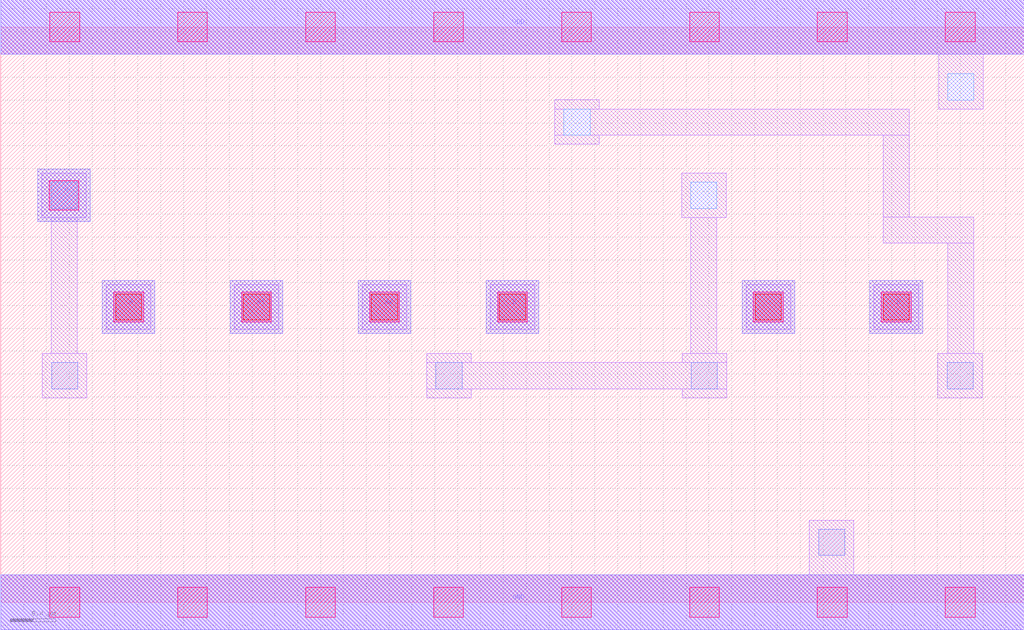
<source format=lef>
MACRO AOAOI3111
 CLASS CORE ;
 FOREIGN AOAOI3111 0 0 ;
 SIZE 8.96 BY 5.04 ;
 ORIGIN 0 0 ;
 SYMMETRY X Y R90 ;
 SITE unit ;
  PIN VDD
   DIRECTION INOUT ;
   USE POWER ;
   SHAPE ABUTMENT ;
    PORT
     CLASS CORE ;
       LAYER met1 ;
        RECT 0.00000000 4.80000000 8.96000000 5.28000000 ;
       LAYER met2 ;
        RECT 0.00000000 4.80000000 8.96000000 5.28000000 ;
    END
  END VDD

  PIN GND
   DIRECTION INOUT ;
   USE POWER ;
   SHAPE ABUTMENT ;
    PORT
     CLASS CORE ;
       LAYER met1 ;
        RECT 0.00000000 -0.24000000 8.96000000 0.24000000 ;
       LAYER met2 ;
        RECT 0.00000000 -0.24000000 8.96000000 0.24000000 ;
    END
  END GND

  PIN Y
   DIRECTION INOUT ;
   USE SIGNAL ;
   SHAPE ABUTMENT ;
    PORT
     CLASS CORE ;
       LAYER met2 ;
        RECT 0.32500000 3.33500000 0.78500000 3.79500000 ;
    END
  END Y

  PIN A1
   DIRECTION INOUT ;
   USE SIGNAL ;
   SHAPE ABUTMENT ;
    PORT
     CLASS CORE ;
       LAYER met2 ;
        RECT 2.01000000 2.35700000 2.47000000 2.81700000 ;
    END
  END A1

  PIN A2
   DIRECTION INOUT ;
   USE SIGNAL ;
   SHAPE ABUTMENT ;
    PORT
     CLASS CORE ;
       LAYER met2 ;
        RECT 3.13000000 2.35700000 3.59000000 2.81700000 ;
    END
  END A2

  PIN D
   DIRECTION INOUT ;
   USE SIGNAL ;
   SHAPE ABUTMENT ;
    PORT
     CLASS CORE ;
       LAYER met2 ;
        RECT 7.61000000 2.35700000 8.07000000 2.81700000 ;
    END
  END D

  PIN B
   DIRECTION INOUT ;
   USE SIGNAL ;
   SHAPE ABUTMENT ;
    PORT
     CLASS CORE ;
       LAYER met2 ;
        RECT 4.25000000 2.35700000 4.71000000 2.81700000 ;
    END
  END B

  PIN A
   DIRECTION INOUT ;
   USE SIGNAL ;
   SHAPE ABUTMENT ;
    PORT
     CLASS CORE ;
       LAYER met2 ;
        RECT 0.89000000 2.35700000 1.35000000 2.81700000 ;
    END
  END A

  PIN C
   DIRECTION INOUT ;
   USE SIGNAL ;
   SHAPE ABUTMENT ;
    PORT
     CLASS CORE ;
       LAYER met2 ;
        RECT 6.49000000 2.35700000 6.95000000 2.81700000 ;
    END
  END C

 OBS
    LAYER polycont ;
     RECT 1.00500000 2.47200000 1.23500000 2.70200000 ;
     RECT 2.12500000 2.47200000 2.35500000 2.70200000 ;
     RECT 3.24500000 2.47200000 3.47500000 2.70200000 ;
     RECT 4.36500000 2.47200000 4.59500000 2.70200000 ;
     RECT 6.60500000 2.47200000 6.83500000 2.70200000 ;
     RECT 7.72500000 2.47200000 7.95500000 2.70200000 ;

    LAYER pdiffc ;
     RECT 0.44000000 3.45000000 0.67000000 3.68000000 ;
     RECT 6.04000000 3.45000000 6.27000000 3.68000000 ;
     RECT 4.93000000 4.09200000 5.16000000 4.32200000 ;
     RECT 8.29000000 4.40000000 8.52000000 4.63000000 ;

    LAYER ndiffc ;
     RECT 7.16000000 0.41000000 7.39000000 0.64000000 ;
     RECT 0.44500000 1.87000000 0.67500000 2.10000000 ;
     RECT 3.81000000 1.87000000 4.04000000 2.10000000 ;
     RECT 6.04500000 1.87000000 6.27500000 2.10000000 ;
     RECT 8.28500000 1.87000000 8.51500000 2.10000000 ;

    LAYER met1 ;
     RECT 0.00000000 -0.24000000 8.96000000 0.24000000 ;
     RECT 7.08000000 0.24000000 7.47000000 0.72000000 ;
     RECT 0.92500000 2.39200000 1.31500000 2.78200000 ;
     RECT 2.04500000 2.39200000 2.43500000 2.78200000 ;
     RECT 3.16500000 2.39200000 3.55500000 2.78200000 ;
     RECT 4.28500000 2.39200000 4.67500000 2.78200000 ;
     RECT 6.52500000 2.39200000 6.91500000 2.78200000 ;
     RECT 7.64500000 2.39200000 8.03500000 2.78200000 ;
     RECT 0.36500000 1.79000000 0.75500000 2.18000000 ;
     RECT 0.44000000 2.18000000 0.67000000 3.37000000 ;
     RECT 0.36000000 3.37000000 0.75000000 3.76000000 ;
     RECT 3.73000000 1.79000000 4.12000000 1.87000000 ;
     RECT 5.96500000 1.79000000 6.35500000 1.87000000 ;
     RECT 3.73000000 1.87000000 6.35500000 2.10000000 ;
     RECT 3.73000000 2.10000000 4.12000000 2.18000000 ;
     RECT 5.96500000 2.10000000 6.35500000 2.18000000 ;
     RECT 6.04000000 2.18000000 6.27000000 3.37000000 ;
     RECT 5.96000000 3.37000000 6.35000000 3.76000000 ;
     RECT 8.20500000 1.79000000 8.59500000 2.18000000 ;
     RECT 8.29000000 2.18000000 8.52000000 3.14700000 ;
     RECT 7.72500000 3.14700000 8.52000000 3.37700000 ;
     RECT 4.85000000 4.01200000 5.24000000 4.09200000 ;
     RECT 7.72500000 3.37700000 7.95500000 4.09200000 ;
     RECT 4.85000000 4.09200000 7.95500000 4.32200000 ;
     RECT 4.85000000 4.32200000 5.24000000 4.40200000 ;
     RECT 8.21000000 4.32000000 8.60000000 4.80000000 ;
     RECT 0.00000000 4.80000000 8.96000000 5.28000000 ;

    LAYER via1 ;
     RECT 0.43000000 -0.13000000 0.69000000 0.13000000 ;
     RECT 1.55000000 -0.13000000 1.81000000 0.13000000 ;
     RECT 2.67000000 -0.13000000 2.93000000 0.13000000 ;
     RECT 3.79000000 -0.13000000 4.05000000 0.13000000 ;
     RECT 4.91000000 -0.13000000 5.17000000 0.13000000 ;
     RECT 6.03000000 -0.13000000 6.29000000 0.13000000 ;
     RECT 7.15000000 -0.13000000 7.41000000 0.13000000 ;
     RECT 8.27000000 -0.13000000 8.53000000 0.13000000 ;
     RECT 0.99000000 2.45700000 1.25000000 2.71700000 ;
     RECT 2.11000000 2.45700000 2.37000000 2.71700000 ;
     RECT 3.23000000 2.45700000 3.49000000 2.71700000 ;
     RECT 4.35000000 2.45700000 4.61000000 2.71700000 ;
     RECT 6.59000000 2.45700000 6.85000000 2.71700000 ;
     RECT 7.71000000 2.45700000 7.97000000 2.71700000 ;
     RECT 0.42500000 3.43500000 0.68500000 3.69500000 ;
     RECT 0.43000000 4.91000000 0.69000000 5.17000000 ;
     RECT 1.55000000 4.91000000 1.81000000 5.17000000 ;
     RECT 2.67000000 4.91000000 2.93000000 5.17000000 ;
     RECT 3.79000000 4.91000000 4.05000000 5.17000000 ;
     RECT 4.91000000 4.91000000 5.17000000 5.17000000 ;
     RECT 6.03000000 4.91000000 6.29000000 5.17000000 ;
     RECT 7.15000000 4.91000000 7.41000000 5.17000000 ;
     RECT 8.27000000 4.91000000 8.53000000 5.17000000 ;

    LAYER met2 ;
     RECT 0.00000000 -0.24000000 8.96000000 0.24000000 ;
     RECT 0.89000000 2.35700000 1.35000000 2.81700000 ;
     RECT 2.01000000 2.35700000 2.47000000 2.81700000 ;
     RECT 3.13000000 2.35700000 3.59000000 2.81700000 ;
     RECT 4.25000000 2.35700000 4.71000000 2.81700000 ;
     RECT 6.49000000 2.35700000 6.95000000 2.81700000 ;
     RECT 7.61000000 2.35700000 8.07000000 2.81700000 ;
     RECT 0.32500000 3.33500000 0.78500000 3.79500000 ;
     RECT 0.00000000 4.80000000 8.96000000 5.28000000 ;

 END
END AOAOI3111

</source>
